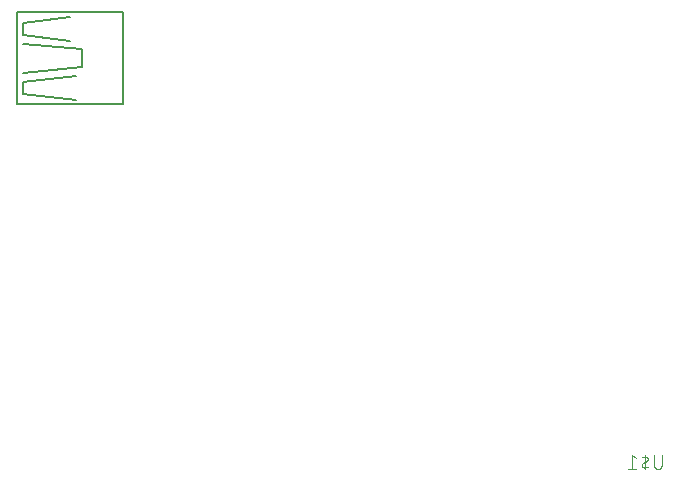
<source format=gbr>
G04 EAGLE Gerber RS-274X export*
G75*
%MOMM*%
%FSLAX34Y34*%
%LPD*%
%INSilkscreen Bottom*%
%IPPOS*%
%AMOC8*
5,1,8,0,0,1.08239X$1,22.5*%
G01*
%ADD10C,0.127000*%
%ADD11C,0.101600*%


D10*
X13300Y966100D02*
X13300Y888100D01*
X103300Y888100D02*
X103300Y966100D01*
X13300Y966100D01*
X13300Y888100D02*
X103300Y888100D01*
X58300Y962100D02*
X18300Y957100D01*
X18300Y947100D01*
X58300Y942100D01*
X63300Y892100D02*
X18300Y897100D01*
X18300Y907100D01*
X63300Y912100D01*
X68300Y934600D02*
X18300Y939600D01*
X68300Y934600D02*
X68300Y919600D01*
X18300Y914600D01*
D11*
X559192Y591092D02*
X559192Y582654D01*
X559190Y582541D01*
X559184Y582428D01*
X559174Y582315D01*
X559160Y582202D01*
X559143Y582090D01*
X559121Y581979D01*
X559096Y581869D01*
X559066Y581759D01*
X559033Y581651D01*
X558996Y581544D01*
X558956Y581438D01*
X558911Y581334D01*
X558863Y581231D01*
X558812Y581130D01*
X558757Y581031D01*
X558699Y580934D01*
X558637Y580839D01*
X558572Y580746D01*
X558504Y580656D01*
X558433Y580568D01*
X558358Y580482D01*
X558281Y580399D01*
X558201Y580319D01*
X558118Y580242D01*
X558032Y580167D01*
X557944Y580096D01*
X557854Y580028D01*
X557761Y579963D01*
X557666Y579901D01*
X557569Y579843D01*
X557470Y579788D01*
X557369Y579737D01*
X557266Y579689D01*
X557162Y579644D01*
X557056Y579604D01*
X556949Y579567D01*
X556841Y579534D01*
X556731Y579504D01*
X556621Y579479D01*
X556510Y579457D01*
X556398Y579440D01*
X556285Y579426D01*
X556172Y579416D01*
X556059Y579410D01*
X555946Y579408D01*
X555833Y579410D01*
X555720Y579416D01*
X555607Y579426D01*
X555494Y579440D01*
X555382Y579457D01*
X555271Y579479D01*
X555161Y579504D01*
X555051Y579534D01*
X554943Y579567D01*
X554836Y579604D01*
X554730Y579644D01*
X554626Y579689D01*
X554523Y579737D01*
X554422Y579788D01*
X554323Y579843D01*
X554226Y579901D01*
X554131Y579963D01*
X554038Y580028D01*
X553948Y580096D01*
X553860Y580167D01*
X553774Y580242D01*
X553691Y580319D01*
X553611Y580399D01*
X553534Y580482D01*
X553459Y580568D01*
X553388Y580656D01*
X553320Y580746D01*
X553255Y580839D01*
X553193Y580934D01*
X553135Y581031D01*
X553080Y581130D01*
X553029Y581231D01*
X552981Y581334D01*
X552936Y581438D01*
X552896Y581544D01*
X552859Y581651D01*
X552826Y581759D01*
X552796Y581869D01*
X552771Y581979D01*
X552749Y582090D01*
X552732Y582202D01*
X552718Y582315D01*
X552708Y582428D01*
X552702Y582541D01*
X552700Y582654D01*
X552701Y582654D02*
X552701Y591092D01*
X544897Y591092D02*
X544897Y579408D01*
X544897Y585250D02*
X546520Y586224D01*
X546521Y586223D02*
X546594Y586270D01*
X546665Y586319D01*
X546735Y586372D01*
X546801Y586428D01*
X546865Y586487D01*
X546927Y586548D01*
X546985Y586612D01*
X547041Y586679D01*
X547093Y586748D01*
X547143Y586820D01*
X547189Y586894D01*
X547232Y586969D01*
X547271Y587047D01*
X547307Y587126D01*
X547339Y587207D01*
X547368Y587289D01*
X547393Y587372D01*
X547414Y587456D01*
X547431Y587541D01*
X547445Y587627D01*
X547454Y587713D01*
X547460Y587800D01*
X547462Y587887D01*
X547460Y587974D01*
X547454Y588061D01*
X547444Y588147D01*
X547431Y588233D01*
X547413Y588318D01*
X547392Y588402D01*
X547367Y588485D01*
X547338Y588568D01*
X547306Y588648D01*
X547270Y588727D01*
X547231Y588805D01*
X547188Y588880D01*
X547141Y588954D01*
X547092Y589025D01*
X547039Y589095D01*
X546984Y589161D01*
X546925Y589225D01*
X546864Y589287D01*
X546799Y589346D01*
X546733Y589401D01*
X546664Y589454D01*
X546592Y589504D01*
X546519Y589550D01*
X546443Y589593D01*
X546366Y589632D01*
X546287Y589668D01*
X546206Y589701D01*
X546124Y589729D01*
X546041Y589755D01*
X545957Y589776D01*
X545871Y589793D01*
X545871Y589794D02*
X545731Y589818D01*
X545589Y589838D01*
X545448Y589854D01*
X545306Y589865D01*
X545163Y589873D01*
X545021Y589877D01*
X544878Y589878D01*
X544735Y589874D01*
X544593Y589866D01*
X544451Y589854D01*
X544309Y589838D01*
X544168Y589819D01*
X544027Y589795D01*
X543887Y589768D01*
X543748Y589736D01*
X543610Y589701D01*
X543472Y589662D01*
X543336Y589619D01*
X543202Y589573D01*
X543068Y589522D01*
X542936Y589469D01*
X542806Y589411D01*
X542677Y589350D01*
X542550Y589285D01*
X542424Y589217D01*
X542301Y589145D01*
X544897Y585250D02*
X543275Y584276D01*
X543274Y584277D02*
X543201Y584230D01*
X543130Y584181D01*
X543060Y584128D01*
X542994Y584072D01*
X542930Y584013D01*
X542868Y583952D01*
X542810Y583888D01*
X542754Y583821D01*
X542702Y583752D01*
X542652Y583680D01*
X542606Y583606D01*
X542563Y583531D01*
X542524Y583453D01*
X542488Y583374D01*
X542456Y583293D01*
X542427Y583211D01*
X542402Y583128D01*
X542381Y583044D01*
X542364Y582959D01*
X542350Y582873D01*
X542341Y582787D01*
X542335Y582700D01*
X542333Y582613D01*
X542335Y582526D01*
X542341Y582439D01*
X542351Y582353D01*
X542364Y582267D01*
X542382Y582182D01*
X542403Y582098D01*
X542428Y582015D01*
X542457Y581932D01*
X542489Y581852D01*
X542525Y581773D01*
X542564Y581695D01*
X542607Y581620D01*
X542654Y581546D01*
X542703Y581475D01*
X542756Y581405D01*
X542811Y581339D01*
X542870Y581275D01*
X542931Y581213D01*
X542996Y581154D01*
X543062Y581099D01*
X543131Y581046D01*
X543203Y580996D01*
X543276Y580950D01*
X543352Y580907D01*
X543429Y580868D01*
X543508Y580832D01*
X543589Y580799D01*
X543671Y580771D01*
X543754Y580745D01*
X543838Y580724D01*
X543923Y580707D01*
X543924Y580706D02*
X544064Y580682D01*
X544206Y580662D01*
X544347Y580646D01*
X544489Y580635D01*
X544632Y580627D01*
X544774Y580623D01*
X544917Y580622D01*
X545060Y580626D01*
X545202Y580634D01*
X545344Y580646D01*
X545486Y580662D01*
X545627Y580681D01*
X545768Y580705D01*
X545908Y580732D01*
X546047Y580764D01*
X546185Y580799D01*
X546323Y580838D01*
X546459Y580881D01*
X546593Y580927D01*
X546727Y580978D01*
X546859Y581031D01*
X546990Y581089D01*
X547118Y581150D01*
X547245Y581215D01*
X547371Y581283D01*
X547494Y581355D01*
X537475Y588496D02*
X534230Y591092D01*
X534230Y579408D01*
X537475Y579408D02*
X530984Y579408D01*
M02*

</source>
